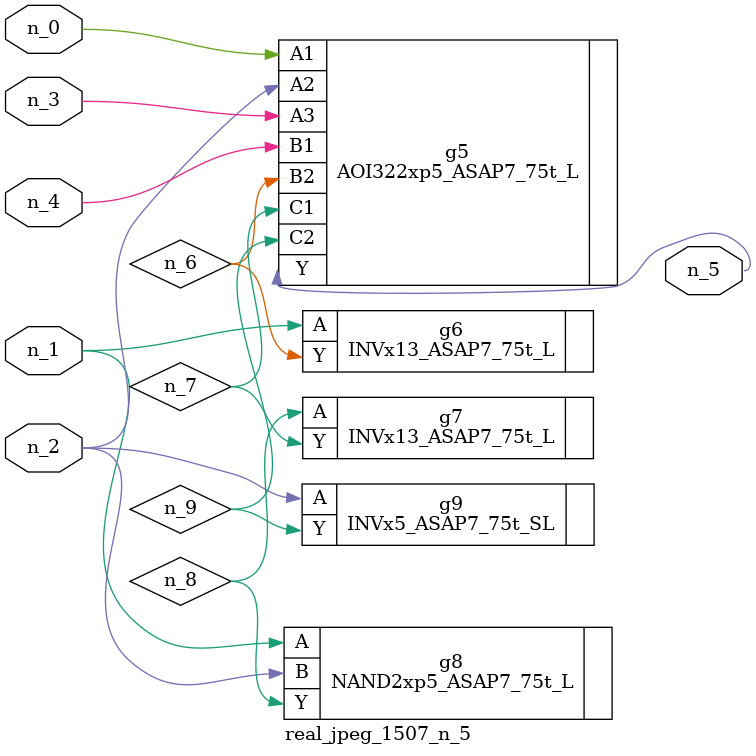
<source format=v>
module real_jpeg_1507_n_5 (n_4, n_0, n_1, n_2, n_3, n_5);

input n_4;
input n_0;
input n_1;
input n_2;
input n_3;

output n_5;

wire n_8;
wire n_6;
wire n_7;
wire n_9;

AOI322xp5_ASAP7_75t_L g5 ( 
.A1(n_0),
.A2(n_2),
.A3(n_3),
.B1(n_4),
.B2(n_6),
.C1(n_7),
.C2(n_9),
.Y(n_5)
);

INVx13_ASAP7_75t_L g6 ( 
.A(n_1),
.Y(n_6)
);

NAND2xp5_ASAP7_75t_L g8 ( 
.A(n_1),
.B(n_2),
.Y(n_8)
);

INVx5_ASAP7_75t_SL g9 ( 
.A(n_2),
.Y(n_9)
);

INVx13_ASAP7_75t_L g7 ( 
.A(n_8),
.Y(n_7)
);


endmodule
</source>
